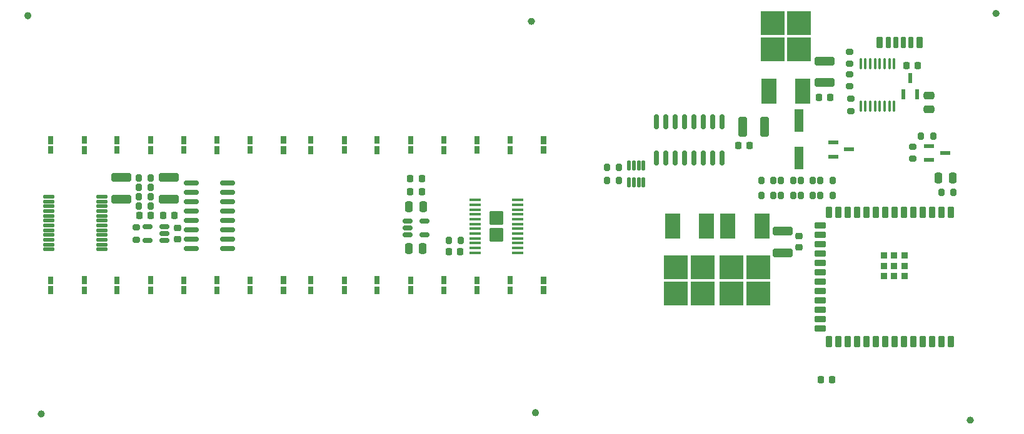
<source format=gtp>
G04 #@! TF.GenerationSoftware,KiCad,Pcbnew,(6.0.5-0)*
G04 #@! TF.CreationDate,2023-01-16T15:52:05+09:00*
G04 #@! TF.ProjectId,qLAMP-main,714c414d-502d-46d6-9169-6e2e6b696361,rev?*
G04 #@! TF.SameCoordinates,Original*
G04 #@! TF.FileFunction,Paste,Top*
G04 #@! TF.FilePolarity,Positive*
%FSLAX46Y46*%
G04 Gerber Fmt 4.6, Leading zero omitted, Abs format (unit mm)*
G04 Created by KiCad (PCBNEW (6.0.5-0)) date 2023-01-16 15:52:05*
%MOMM*%
%LPD*%
G01*
G04 APERTURE LIST*
G04 Aperture macros list*
%AMRoundRect*
0 Rectangle with rounded corners*
0 $1 Rounding radius*
0 $2 $3 $4 $5 $6 $7 $8 $9 X,Y pos of 4 corners*
0 Add a 4 corners polygon primitive as box body*
4,1,4,$2,$3,$4,$5,$6,$7,$8,$9,$2,$3,0*
0 Add four circle primitives for the rounded corners*
1,1,$1+$1,$2,$3*
1,1,$1+$1,$4,$5*
1,1,$1+$1,$6,$7*
1,1,$1+$1,$8,$9*
0 Add four rect primitives between the rounded corners*
20,1,$1+$1,$2,$3,$4,$5,0*
20,1,$1+$1,$4,$5,$6,$7,0*
20,1,$1+$1,$6,$7,$8,$9,0*
20,1,$1+$1,$8,$9,$2,$3,0*%
G04 Aperture macros list end*
%ADD10C,0.475000*%
%ADD11C,0.120000*%
%ADD12RoundRect,0.200000X-0.200000X-0.275000X0.200000X-0.275000X0.200000X0.275000X-0.200000X0.275000X0*%
%ADD13RoundRect,0.100000X-0.100000X0.637500X-0.100000X-0.637500X0.100000X-0.637500X0.100000X0.637500X0*%
%ADD14RoundRect,0.150000X-0.512500X-0.150000X0.512500X-0.150000X0.512500X0.150000X-0.512500X0.150000X0*%
%ADD15RoundRect,0.250000X-0.250000X-0.475000X0.250000X-0.475000X0.250000X0.475000X-0.250000X0.475000X0*%
%ADD16R,1.219200X3.098800*%
%ADD17RoundRect,0.225000X-0.225000X-0.250000X0.225000X-0.250000X0.225000X0.250000X-0.225000X0.250000X0*%
%ADD18RoundRect,0.250000X0.325000X1.100000X-0.325000X1.100000X-0.325000X-1.100000X0.325000X-1.100000X0*%
%ADD19RoundRect,0.225000X0.225000X0.250000X-0.225000X0.250000X-0.225000X-0.250000X0.225000X-0.250000X0*%
%ADD20RoundRect,0.250000X1.100000X-0.325000X1.100000X0.325000X-1.100000X0.325000X-1.100000X-0.325000X0*%
%ADD21RoundRect,0.225000X-0.250000X0.225000X-0.250000X-0.225000X0.250000X-0.225000X0.250000X0.225000X0*%
%ADD22RoundRect,0.250000X0.250000X0.475000X-0.250000X0.475000X-0.250000X-0.475000X0.250000X-0.475000X0*%
%ADD23RoundRect,0.000000X0.700000X0.175671X-0.700000X0.175671X-0.700000X-0.175671X0.700000X-0.175671X0*%
%ADD24RoundRect,0.109795X0.109795X-0.552705X0.109795X0.552705X-0.109795X0.552705X-0.109795X-0.552705X0*%
%ADD25RoundRect,0.150000X0.512500X0.150000X-0.512500X0.150000X-0.512500X-0.150000X0.512500X-0.150000X0*%
%ADD26RoundRect,0.150000X-0.150000X0.825000X-0.150000X-0.825000X0.150000X-0.825000X0.150000X0.825000X0*%
%ADD27R,1.320800X0.558800*%
%ADD28R,0.558800X1.320800*%
%ADD29RoundRect,0.250000X0.715000X0.695000X-0.715000X0.695000X-0.715000X-0.695000X0.715000X-0.695000X0*%
%ADD30RoundRect,0.100000X0.687500X0.100000X-0.687500X0.100000X-0.687500X-0.100000X0.687500X-0.100000X0*%
%ADD31RoundRect,0.200000X0.200000X0.275000X-0.200000X0.275000X-0.200000X-0.275000X0.200000X-0.275000X0*%
%ADD32RoundRect,0.200000X-0.275000X0.200000X-0.275000X-0.200000X0.275000X-0.200000X0.275000X0.200000X0*%
%ADD33RoundRect,0.250000X-1.100000X0.325000X-1.100000X-0.325000X1.100000X-0.325000X1.100000X0.325000X0*%
%ADD34RoundRect,0.100000X0.250000X0.650000X-0.250000X0.650000X-0.250000X-0.650000X0.250000X-0.650000X0*%
%ADD35RoundRect,0.100000X0.300000X0.650000X-0.300000X0.650000X-0.300000X-0.650000X0.300000X-0.650000X0*%
%ADD36RoundRect,0.150000X-0.825000X-0.150000X0.825000X-0.150000X0.825000X0.150000X-0.825000X0.150000X0*%
%ADD37RoundRect,0.250000X0.475000X-0.250000X0.475000X0.250000X-0.475000X0.250000X-0.475000X-0.250000X0*%
%ADD38RoundRect,0.225000X-0.225000X0.525000X-0.225000X-0.525000X0.225000X-0.525000X0.225000X0.525000X0*%
%ADD39RoundRect,0.225000X-0.525000X-0.225000X0.525000X-0.225000X0.525000X0.225000X-0.525000X0.225000X0*%
%ADD40RoundRect,0.225000X0.225000X-0.525000X0.225000X0.525000X-0.225000X0.525000X-0.225000X-0.525000X0*%
%ADD41RoundRect,0.225000X0.225000X-0.225000X0.225000X0.225000X-0.225000X0.225000X-0.225000X-0.225000X0*%
%ADD42R,3.300000X3.300000*%
%ADD43R,2.000000X3.500000*%
%ADD44RoundRect,0.200000X0.275000X-0.200000X0.275000X0.200000X-0.275000X0.200000X-0.275000X-0.200000X0*%
G04 APERTURE END LIST*
D10*
X145217500Y-128830000D02*
G75*
G03*
X145217500Y-128830000I-237500J0D01*
G01*
X78277500Y-129000000D02*
G75*
G03*
X78277500Y-129000000I-237500J0D01*
G01*
X76473500Y-75000000D02*
G75*
G03*
X76473500Y-75000000I-237500J0D01*
G01*
X204097500Y-129840000D02*
G75*
G03*
X204097500Y-129840000I-237500J0D01*
G01*
X144662500Y-75770000D02*
G75*
G03*
X144662500Y-75770000I-237500J0D01*
G01*
X207587500Y-74695000D02*
G75*
G03*
X207587500Y-74695000I-237500J0D01*
G01*
G36*
X123802219Y-111301633D02*
G01*
X123202219Y-111301633D01*
X123202219Y-110301633D01*
X123802219Y-110301633D01*
X123802219Y-111301633D01*
G37*
D11*
X123802219Y-111301633D02*
X123202219Y-111301633D01*
X123202219Y-110301633D01*
X123802219Y-110301633D01*
X123802219Y-111301633D01*
G36*
X128332219Y-112651633D02*
G01*
X127732219Y-112651633D01*
X127732219Y-111651633D01*
X128332219Y-111651633D01*
X128332219Y-112651633D01*
G37*
X128332219Y-112651633D02*
X127732219Y-112651633D01*
X127732219Y-111651633D01*
X128332219Y-111651633D01*
X128332219Y-112651633D01*
G36*
X123802219Y-112701633D02*
G01*
X123202219Y-112701633D01*
X123202219Y-111701633D01*
X123802219Y-111701633D01*
X123802219Y-112701633D01*
G37*
X123802219Y-112701633D02*
X123202219Y-112701633D01*
X123202219Y-111701633D01*
X123802219Y-111701633D01*
X123802219Y-112701633D01*
G36*
X128332219Y-111351633D02*
G01*
X127732219Y-111351633D01*
X127732219Y-110351633D01*
X128332219Y-110351633D01*
X128332219Y-111351633D01*
G37*
X128332219Y-111351633D02*
X127732219Y-111351633D01*
X127732219Y-110351633D01*
X128332219Y-110351633D01*
X128332219Y-111351633D01*
G36*
X132802219Y-93702054D02*
G01*
X132202219Y-93702054D01*
X132202219Y-92702054D01*
X132802219Y-92702054D01*
X132802219Y-93702054D01*
G37*
X132802219Y-93702054D02*
X132202219Y-93702054D01*
X132202219Y-92702054D01*
X132802219Y-92702054D01*
X132802219Y-93702054D01*
G36*
X137332219Y-93652054D02*
G01*
X136732219Y-93652054D01*
X136732219Y-92652054D01*
X137332219Y-92652054D01*
X137332219Y-93652054D01*
G37*
X137332219Y-93652054D02*
X136732219Y-93652054D01*
X136732219Y-92652054D01*
X137332219Y-92652054D01*
X137332219Y-93652054D01*
G36*
X132802219Y-92302054D02*
G01*
X132202219Y-92302054D01*
X132202219Y-91302054D01*
X132802219Y-91302054D01*
X132802219Y-92302054D01*
G37*
X132802219Y-92302054D02*
X132202219Y-92302054D01*
X132202219Y-91302054D01*
X132802219Y-91302054D01*
X132802219Y-92302054D01*
G36*
X137332219Y-92352054D02*
G01*
X136732219Y-92352054D01*
X136732219Y-91352054D01*
X137332219Y-91352054D01*
X137332219Y-92352054D01*
G37*
X137332219Y-92352054D02*
X136732219Y-92352054D01*
X136732219Y-91352054D01*
X137332219Y-91352054D01*
X137332219Y-92352054D01*
G36*
X97582211Y-112651633D02*
G01*
X96982211Y-112651633D01*
X96982211Y-111651633D01*
X97582211Y-111651633D01*
X97582211Y-112651633D01*
G37*
X97582211Y-112651633D02*
X96982211Y-112651633D01*
X96982211Y-111651633D01*
X97582211Y-111651633D01*
X97582211Y-112651633D01*
G36*
X97582211Y-111351633D02*
G01*
X96982211Y-111351633D01*
X96982211Y-110351633D01*
X97582211Y-110351633D01*
X97582211Y-111351633D01*
G37*
X97582211Y-111351633D02*
X96982211Y-111351633D01*
X96982211Y-110351633D01*
X97582211Y-110351633D01*
X97582211Y-111351633D01*
G36*
X102112211Y-111301633D02*
G01*
X101512211Y-111301633D01*
X101512211Y-110301633D01*
X102112211Y-110301633D01*
X102112211Y-111301633D01*
G37*
X102112211Y-111301633D02*
X101512211Y-111301633D01*
X101512211Y-110301633D01*
X102112211Y-110301633D01*
X102112211Y-111301633D01*
G36*
X102112211Y-112701633D02*
G01*
X101512211Y-112701633D01*
X101512211Y-111701633D01*
X102112211Y-111701633D01*
X102112211Y-112701633D01*
G37*
X102112211Y-112701633D02*
X101512211Y-112701633D01*
X101512211Y-111701633D01*
X102112211Y-111701633D01*
X102112211Y-112701633D01*
G36*
X97582211Y-92352054D02*
G01*
X96982211Y-92352054D01*
X96982211Y-91352054D01*
X97582211Y-91352054D01*
X97582211Y-92352054D01*
G37*
X97582211Y-92352054D02*
X96982211Y-92352054D01*
X96982211Y-91352054D01*
X97582211Y-91352054D01*
X97582211Y-92352054D01*
G36*
X102112211Y-92302054D02*
G01*
X101512211Y-92302054D01*
X101512211Y-91302054D01*
X102112211Y-91302054D01*
X102112211Y-92302054D01*
G37*
X102112211Y-92302054D02*
X101512211Y-92302054D01*
X101512211Y-91302054D01*
X102112211Y-91302054D01*
X102112211Y-92302054D01*
G36*
X97582211Y-93652054D02*
G01*
X96982211Y-93652054D01*
X96982211Y-92652054D01*
X97582211Y-92652054D01*
X97582211Y-93652054D01*
G37*
X97582211Y-93652054D02*
X96982211Y-93652054D01*
X96982211Y-92652054D01*
X97582211Y-92652054D01*
X97582211Y-93652054D01*
G36*
X102112211Y-93702054D02*
G01*
X101512211Y-93702054D01*
X101512211Y-92702054D01*
X102112211Y-92702054D01*
X102112211Y-93702054D01*
G37*
X102112211Y-93702054D02*
X101512211Y-93702054D01*
X101512211Y-92702054D01*
X102112211Y-92702054D01*
X102112211Y-93702054D01*
G36*
X84112211Y-111301633D02*
G01*
X83512211Y-111301633D01*
X83512211Y-110301633D01*
X84112211Y-110301633D01*
X84112211Y-111301633D01*
G37*
X84112211Y-111301633D02*
X83512211Y-111301633D01*
X83512211Y-110301633D01*
X84112211Y-110301633D01*
X84112211Y-111301633D01*
G36*
X84112211Y-112701633D02*
G01*
X83512211Y-112701633D01*
X83512211Y-111701633D01*
X84112211Y-111701633D01*
X84112211Y-112701633D01*
G37*
X84112211Y-112701633D02*
X83512211Y-112701633D01*
X83512211Y-111701633D01*
X84112211Y-111701633D01*
X84112211Y-112701633D01*
G36*
X79582211Y-112651633D02*
G01*
X78982211Y-112651633D01*
X78982211Y-111651633D01*
X79582211Y-111651633D01*
X79582211Y-112651633D01*
G37*
X79582211Y-112651633D02*
X78982211Y-112651633D01*
X78982211Y-111651633D01*
X79582211Y-111651633D01*
X79582211Y-112651633D01*
G36*
X79582211Y-111351633D02*
G01*
X78982211Y-111351633D01*
X78982211Y-110351633D01*
X79582211Y-110351633D01*
X79582211Y-111351633D01*
G37*
X79582211Y-111351633D02*
X78982211Y-111351633D01*
X78982211Y-110351633D01*
X79582211Y-110351633D01*
X79582211Y-111351633D01*
G36*
X119332219Y-112651633D02*
G01*
X118732219Y-112651633D01*
X118732219Y-111651633D01*
X119332219Y-111651633D01*
X119332219Y-112651633D01*
G37*
X119332219Y-112651633D02*
X118732219Y-112651633D01*
X118732219Y-111651633D01*
X119332219Y-111651633D01*
X119332219Y-112651633D01*
G36*
X114802219Y-111301633D02*
G01*
X114202219Y-111301633D01*
X114202219Y-110301633D01*
X114802219Y-110301633D01*
X114802219Y-111301633D01*
G37*
X114802219Y-111301633D02*
X114202219Y-111301633D01*
X114202219Y-110301633D01*
X114802219Y-110301633D01*
X114802219Y-111301633D01*
G36*
X114802219Y-112701633D02*
G01*
X114202219Y-112701633D01*
X114202219Y-111701633D01*
X114802219Y-111701633D01*
X114802219Y-112701633D01*
G37*
X114802219Y-112701633D02*
X114202219Y-112701633D01*
X114202219Y-111701633D01*
X114802219Y-111701633D01*
X114802219Y-112701633D01*
G36*
X119332219Y-111351633D02*
G01*
X118732219Y-111351633D01*
X118732219Y-110351633D01*
X119332219Y-110351633D01*
X119332219Y-111351633D01*
G37*
X119332219Y-111351633D02*
X118732219Y-111351633D01*
X118732219Y-110351633D01*
X119332219Y-110351633D01*
X119332219Y-111351633D01*
G36*
X111112211Y-112701633D02*
G01*
X110512211Y-112701633D01*
X110512211Y-111701633D01*
X111112211Y-111701633D01*
X111112211Y-112701633D01*
G37*
X111112211Y-112701633D02*
X110512211Y-112701633D01*
X110512211Y-111701633D01*
X111112211Y-111701633D01*
X111112211Y-112701633D01*
G36*
X106582211Y-111351633D02*
G01*
X105982211Y-111351633D01*
X105982211Y-110351633D01*
X106582211Y-110351633D01*
X106582211Y-111351633D01*
G37*
X106582211Y-111351633D02*
X105982211Y-111351633D01*
X105982211Y-110351633D01*
X106582211Y-110351633D01*
X106582211Y-111351633D01*
G36*
X111112211Y-111301633D02*
G01*
X110512211Y-111301633D01*
X110512211Y-110301633D01*
X111112211Y-110301633D01*
X111112211Y-111301633D01*
G37*
X111112211Y-111301633D02*
X110512211Y-111301633D01*
X110512211Y-110301633D01*
X111112211Y-110301633D01*
X111112211Y-111301633D01*
G36*
X106582211Y-112651633D02*
G01*
X105982211Y-112651633D01*
X105982211Y-111651633D01*
X106582211Y-111651633D01*
X106582211Y-112651633D01*
G37*
X106582211Y-112651633D02*
X105982211Y-112651633D01*
X105982211Y-111651633D01*
X106582211Y-111651633D01*
X106582211Y-112651633D01*
G36*
X114802219Y-92302054D02*
G01*
X114202219Y-92302054D01*
X114202219Y-91302054D01*
X114802219Y-91302054D01*
X114802219Y-92302054D01*
G37*
X114802219Y-92302054D02*
X114202219Y-92302054D01*
X114202219Y-91302054D01*
X114802219Y-91302054D01*
X114802219Y-92302054D01*
G36*
X119332219Y-93652054D02*
G01*
X118732219Y-93652054D01*
X118732219Y-92652054D01*
X119332219Y-92652054D01*
X119332219Y-93652054D01*
G37*
X119332219Y-93652054D02*
X118732219Y-93652054D01*
X118732219Y-92652054D01*
X119332219Y-92652054D01*
X119332219Y-93652054D01*
G36*
X114802219Y-93702054D02*
G01*
X114202219Y-93702054D01*
X114202219Y-92702054D01*
X114802219Y-92702054D01*
X114802219Y-93702054D01*
G37*
X114802219Y-93702054D02*
X114202219Y-93702054D01*
X114202219Y-92702054D01*
X114802219Y-92702054D01*
X114802219Y-93702054D01*
G36*
X119332219Y-92352054D02*
G01*
X118732219Y-92352054D01*
X118732219Y-91352054D01*
X119332219Y-91352054D01*
X119332219Y-92352054D01*
G37*
X119332219Y-92352054D02*
X118732219Y-92352054D01*
X118732219Y-91352054D01*
X119332219Y-91352054D01*
X119332219Y-92352054D01*
G36*
X106582211Y-93652054D02*
G01*
X105982211Y-93652054D01*
X105982211Y-92652054D01*
X106582211Y-92652054D01*
X106582211Y-93652054D01*
G37*
X106582211Y-93652054D02*
X105982211Y-93652054D01*
X105982211Y-92652054D01*
X106582211Y-92652054D01*
X106582211Y-93652054D01*
G36*
X106582211Y-92352054D02*
G01*
X105982211Y-92352054D01*
X105982211Y-91352054D01*
X106582211Y-91352054D01*
X106582211Y-92352054D01*
G37*
X106582211Y-92352054D02*
X105982211Y-92352054D01*
X105982211Y-91352054D01*
X106582211Y-91352054D01*
X106582211Y-92352054D01*
G36*
X111112211Y-93702054D02*
G01*
X110512211Y-93702054D01*
X110512211Y-92702054D01*
X111112211Y-92702054D01*
X111112211Y-93702054D01*
G37*
X111112211Y-93702054D02*
X110512211Y-93702054D01*
X110512211Y-92702054D01*
X111112211Y-92702054D01*
X111112211Y-93702054D01*
G36*
X111112211Y-92302054D02*
G01*
X110512211Y-92302054D01*
X110512211Y-91302054D01*
X111112211Y-91302054D01*
X111112211Y-92302054D01*
G37*
X111112211Y-92302054D02*
X110512211Y-92302054D01*
X110512211Y-91302054D01*
X111112211Y-91302054D01*
X111112211Y-92302054D01*
G36*
X88582211Y-111351633D02*
G01*
X87982211Y-111351633D01*
X87982211Y-110351633D01*
X88582211Y-110351633D01*
X88582211Y-111351633D01*
G37*
X88582211Y-111351633D02*
X87982211Y-111351633D01*
X87982211Y-110351633D01*
X88582211Y-110351633D01*
X88582211Y-111351633D01*
G36*
X93112211Y-111301633D02*
G01*
X92512211Y-111301633D01*
X92512211Y-110301633D01*
X93112211Y-110301633D01*
X93112211Y-111301633D01*
G37*
X93112211Y-111301633D02*
X92512211Y-111301633D01*
X92512211Y-110301633D01*
X93112211Y-110301633D01*
X93112211Y-111301633D01*
G36*
X88582211Y-112651633D02*
G01*
X87982211Y-112651633D01*
X87982211Y-111651633D01*
X88582211Y-111651633D01*
X88582211Y-112651633D01*
G37*
X88582211Y-112651633D02*
X87982211Y-112651633D01*
X87982211Y-111651633D01*
X88582211Y-111651633D01*
X88582211Y-112651633D01*
G36*
X93112211Y-112701633D02*
G01*
X92512211Y-112701633D01*
X92512211Y-111701633D01*
X93112211Y-111701633D01*
X93112211Y-112701633D01*
G37*
X93112211Y-112701633D02*
X92512211Y-112701633D01*
X92512211Y-111701633D01*
X93112211Y-111701633D01*
X93112211Y-112701633D01*
G36*
X123802219Y-92302054D02*
G01*
X123202219Y-92302054D01*
X123202219Y-91302054D01*
X123802219Y-91302054D01*
X123802219Y-92302054D01*
G37*
X123802219Y-92302054D02*
X123202219Y-92302054D01*
X123202219Y-91302054D01*
X123802219Y-91302054D01*
X123802219Y-92302054D01*
G36*
X128332219Y-93652054D02*
G01*
X127732219Y-93652054D01*
X127732219Y-92652054D01*
X128332219Y-92652054D01*
X128332219Y-93652054D01*
G37*
X128332219Y-93652054D02*
X127732219Y-93652054D01*
X127732219Y-92652054D01*
X128332219Y-92652054D01*
X128332219Y-93652054D01*
G36*
X128332219Y-92352054D02*
G01*
X127732219Y-92352054D01*
X127732219Y-91352054D01*
X128332219Y-91352054D01*
X128332219Y-92352054D01*
G37*
X128332219Y-92352054D02*
X127732219Y-92352054D01*
X127732219Y-91352054D01*
X128332219Y-91352054D01*
X128332219Y-92352054D01*
G36*
X123802219Y-93702054D02*
G01*
X123202219Y-93702054D01*
X123202219Y-92702054D01*
X123802219Y-92702054D01*
X123802219Y-93702054D01*
G37*
X123802219Y-93702054D02*
X123202219Y-93702054D01*
X123202219Y-92702054D01*
X123802219Y-92702054D01*
X123802219Y-93702054D01*
G36*
X146332219Y-111351633D02*
G01*
X145732219Y-111351633D01*
X145732219Y-110351633D01*
X146332219Y-110351633D01*
X146332219Y-111351633D01*
G37*
X146332219Y-111351633D02*
X145732219Y-111351633D01*
X145732219Y-110351633D01*
X146332219Y-110351633D01*
X146332219Y-111351633D01*
G36*
X146332219Y-112651633D02*
G01*
X145732219Y-112651633D01*
X145732219Y-111651633D01*
X146332219Y-111651633D01*
X146332219Y-112651633D01*
G37*
X146332219Y-112651633D02*
X145732219Y-112651633D01*
X145732219Y-111651633D01*
X146332219Y-111651633D01*
X146332219Y-112651633D01*
G36*
X141802219Y-112701633D02*
G01*
X141202219Y-112701633D01*
X141202219Y-111701633D01*
X141802219Y-111701633D01*
X141802219Y-112701633D01*
G37*
X141802219Y-112701633D02*
X141202219Y-112701633D01*
X141202219Y-111701633D01*
X141802219Y-111701633D01*
X141802219Y-112701633D01*
G36*
X141802219Y-111301633D02*
G01*
X141202219Y-111301633D01*
X141202219Y-110301633D01*
X141802219Y-110301633D01*
X141802219Y-111301633D01*
G37*
X141802219Y-111301633D02*
X141202219Y-111301633D01*
X141202219Y-110301633D01*
X141802219Y-110301633D01*
X141802219Y-111301633D01*
G36*
X93112211Y-92302054D02*
G01*
X92512211Y-92302054D01*
X92512211Y-91302054D01*
X93112211Y-91302054D01*
X93112211Y-92302054D01*
G37*
X93112211Y-92302054D02*
X92512211Y-92302054D01*
X92512211Y-91302054D01*
X93112211Y-91302054D01*
X93112211Y-92302054D01*
G36*
X93112211Y-93702054D02*
G01*
X92512211Y-93702054D01*
X92512211Y-92702054D01*
X93112211Y-92702054D01*
X93112211Y-93702054D01*
G37*
X93112211Y-93702054D02*
X92512211Y-93702054D01*
X92512211Y-92702054D01*
X93112211Y-92702054D01*
X93112211Y-93702054D01*
G36*
X88582211Y-93652054D02*
G01*
X87982211Y-93652054D01*
X87982211Y-92652054D01*
X88582211Y-92652054D01*
X88582211Y-93652054D01*
G37*
X88582211Y-93652054D02*
X87982211Y-93652054D01*
X87982211Y-92652054D01*
X88582211Y-92652054D01*
X88582211Y-93652054D01*
G36*
X88582211Y-92352054D02*
G01*
X87982211Y-92352054D01*
X87982211Y-91352054D01*
X88582211Y-91352054D01*
X88582211Y-92352054D01*
G37*
X88582211Y-92352054D02*
X87982211Y-92352054D01*
X87982211Y-91352054D01*
X88582211Y-91352054D01*
X88582211Y-92352054D01*
G36*
X146332219Y-92352054D02*
G01*
X145732219Y-92352054D01*
X145732219Y-91352054D01*
X146332219Y-91352054D01*
X146332219Y-92352054D01*
G37*
X146332219Y-92352054D02*
X145732219Y-92352054D01*
X145732219Y-91352054D01*
X146332219Y-91352054D01*
X146332219Y-92352054D01*
G36*
X146332219Y-93652054D02*
G01*
X145732219Y-93652054D01*
X145732219Y-92652054D01*
X146332219Y-92652054D01*
X146332219Y-93652054D01*
G37*
X146332219Y-93652054D02*
X145732219Y-93652054D01*
X145732219Y-92652054D01*
X146332219Y-92652054D01*
X146332219Y-93652054D01*
G36*
X141802219Y-92302054D02*
G01*
X141202219Y-92302054D01*
X141202219Y-91302054D01*
X141802219Y-91302054D01*
X141802219Y-92302054D01*
G37*
X141802219Y-92302054D02*
X141202219Y-92302054D01*
X141202219Y-91302054D01*
X141802219Y-91302054D01*
X141802219Y-92302054D01*
G36*
X141802219Y-93702054D02*
G01*
X141202219Y-93702054D01*
X141202219Y-92702054D01*
X141802219Y-92702054D01*
X141802219Y-93702054D01*
G37*
X141802219Y-93702054D02*
X141202219Y-93702054D01*
X141202219Y-92702054D01*
X141802219Y-92702054D01*
X141802219Y-93702054D01*
G36*
X84112211Y-92302054D02*
G01*
X83512211Y-92302054D01*
X83512211Y-91302054D01*
X84112211Y-91302054D01*
X84112211Y-92302054D01*
G37*
X84112211Y-92302054D02*
X83512211Y-92302054D01*
X83512211Y-91302054D01*
X84112211Y-91302054D01*
X84112211Y-92302054D01*
G36*
X79582211Y-93652054D02*
G01*
X78982211Y-93652054D01*
X78982211Y-92652054D01*
X79582211Y-92652054D01*
X79582211Y-93652054D01*
G37*
X79582211Y-93652054D02*
X78982211Y-93652054D01*
X78982211Y-92652054D01*
X79582211Y-92652054D01*
X79582211Y-93652054D01*
G36*
X79582211Y-92352054D02*
G01*
X78982211Y-92352054D01*
X78982211Y-91352054D01*
X79582211Y-91352054D01*
X79582211Y-92352054D01*
G37*
X79582211Y-92352054D02*
X78982211Y-92352054D01*
X78982211Y-91352054D01*
X79582211Y-91352054D01*
X79582211Y-92352054D01*
G36*
X84112211Y-93702054D02*
G01*
X83512211Y-93702054D01*
X83512211Y-92702054D01*
X84112211Y-92702054D01*
X84112211Y-93702054D01*
G37*
X84112211Y-93702054D02*
X83512211Y-93702054D01*
X83512211Y-92702054D01*
X84112211Y-92702054D01*
X84112211Y-93702054D01*
G36*
X132802219Y-111301633D02*
G01*
X132202219Y-111301633D01*
X132202219Y-110301633D01*
X132802219Y-110301633D01*
X132802219Y-111301633D01*
G37*
X132802219Y-111301633D02*
X132202219Y-111301633D01*
X132202219Y-110301633D01*
X132802219Y-110301633D01*
X132802219Y-111301633D01*
G36*
X132802219Y-112701633D02*
G01*
X132202219Y-112701633D01*
X132202219Y-111701633D01*
X132802219Y-111701633D01*
X132802219Y-112701633D01*
G37*
X132802219Y-112701633D02*
X132202219Y-112701633D01*
X132202219Y-111701633D01*
X132802219Y-111701633D01*
X132802219Y-112701633D01*
G36*
X137332219Y-111351633D02*
G01*
X136732219Y-111351633D01*
X136732219Y-110351633D01*
X137332219Y-110351633D01*
X137332219Y-111351633D01*
G37*
X137332219Y-111351633D02*
X136732219Y-111351633D01*
X136732219Y-110351633D01*
X137332219Y-110351633D01*
X137332219Y-111351633D01*
G36*
X137332219Y-112651633D02*
G01*
X136732219Y-112651633D01*
X136732219Y-111651633D01*
X137332219Y-111651633D01*
X137332219Y-112651633D01*
G37*
X137332219Y-112651633D02*
X136732219Y-112651633D01*
X136732219Y-111651633D01*
X137332219Y-111651633D01*
X137332219Y-112651633D01*
D12*
X183576000Y-99392000D03*
X185226000Y-99392000D03*
D13*
X193553292Y-81537300D03*
X192903292Y-81537300D03*
X192253292Y-81537300D03*
X191603292Y-81537300D03*
X190953292Y-81537300D03*
X190303292Y-81537300D03*
X189653292Y-81537300D03*
X189003292Y-81537300D03*
X189003292Y-87262300D03*
X189653292Y-87262300D03*
X190303292Y-87262300D03*
X190953292Y-87262300D03*
X191603292Y-87262300D03*
X192253292Y-87262300D03*
X192903292Y-87262300D03*
X193553292Y-87262300D03*
D14*
X127665878Y-102840011D03*
X127665878Y-103790011D03*
X127665878Y-104740011D03*
X129940878Y-104740011D03*
X129940878Y-102840011D03*
D15*
X127853378Y-100919989D03*
X129753378Y-100919989D03*
D16*
X180659989Y-89207289D03*
X180659989Y-94312689D03*
D17*
X128028376Y-98850000D03*
X129578376Y-98850000D03*
D18*
X176015000Y-90060000D03*
X173065000Y-90060000D03*
D19*
X174005000Y-92630000D03*
X172455000Y-92630000D03*
D20*
X184109995Y-84084995D03*
X184109995Y-81134995D03*
D21*
X180650007Y-104885012D03*
X180650007Y-106435012D03*
D22*
X129733376Y-106560000D03*
X127833376Y-106560000D03*
D17*
X195195000Y-81780000D03*
X196745000Y-81780000D03*
D20*
X95290005Y-99884989D03*
X95290005Y-96934989D03*
D23*
X86295999Y-106695011D03*
X86295999Y-106045013D03*
X86295999Y-105395012D03*
X86295999Y-104745012D03*
X86295999Y-104095012D03*
X86295999Y-103445012D03*
X86295999Y-102795012D03*
X86295999Y-102145012D03*
X86295999Y-101495012D03*
X86295999Y-100845012D03*
X86295999Y-100195011D03*
X86295999Y-99545013D03*
X79095999Y-99545013D03*
X79095999Y-100195011D03*
X79095999Y-100845012D03*
X79095999Y-101495012D03*
X79095999Y-102145012D03*
X79095999Y-102795012D03*
X79095999Y-103445012D03*
X79095999Y-104095012D03*
X79095999Y-104745012D03*
X79095999Y-105395012D03*
X79095999Y-106045013D03*
X79095999Y-106695011D03*
D21*
X96469200Y-103754992D03*
X96469200Y-105304992D03*
D17*
X183625000Y-124360000D03*
X185175000Y-124360000D03*
X91300000Y-102108000D03*
X92850000Y-102108000D03*
D24*
X157664993Y-97555900D03*
X158314993Y-97555900D03*
X158964993Y-97555900D03*
X159614993Y-97555900D03*
X159614993Y-95280900D03*
X158964993Y-95280900D03*
X158314993Y-95280900D03*
X157664993Y-95280900D03*
D25*
X94736500Y-105479992D03*
X94736500Y-104529992D03*
X94736500Y-103579992D03*
X92461500Y-103579992D03*
X92461500Y-105479992D03*
D12*
X154665012Y-95529400D03*
X156315012Y-95529400D03*
X154665012Y-97307400D03*
X156315012Y-97307400D03*
D26*
X170255000Y-89375000D03*
X168985000Y-89375000D03*
X167715000Y-89375000D03*
X166445000Y-89375000D03*
X165175000Y-89375000D03*
X163905000Y-89375000D03*
X162635000Y-89375000D03*
X161365000Y-89375000D03*
X161365000Y-94325000D03*
X162635000Y-94325000D03*
X163905000Y-94325000D03*
X165175000Y-94325000D03*
X166445000Y-94325000D03*
X167715000Y-94325000D03*
X168985000Y-94325000D03*
X170255000Y-94325000D03*
D17*
X128028376Y-97050000D03*
X129578376Y-97050000D03*
D27*
X198277800Y-92670200D03*
X198277800Y-94549800D03*
X200462200Y-93610000D03*
X185287800Y-92210200D03*
X185287800Y-94089800D03*
X187472200Y-93150000D03*
D28*
X194820200Y-85652200D03*
X196699800Y-85652200D03*
X195760000Y-83467800D03*
D29*
X139677500Y-102403000D03*
X139677500Y-104743000D03*
D30*
X142540000Y-107148000D03*
X142540000Y-106498000D03*
X142540000Y-105848000D03*
X142540000Y-105198000D03*
X142540000Y-104548000D03*
X142540000Y-103898000D03*
X142540000Y-103248000D03*
X142540000Y-102598000D03*
X142540000Y-101948000D03*
X142540000Y-101298000D03*
X142540000Y-100648000D03*
X142540000Y-99998000D03*
X136815000Y-99998000D03*
X136815000Y-100648000D03*
X136815000Y-101298000D03*
X136815000Y-101948000D03*
X136815000Y-102598000D03*
X136815000Y-103248000D03*
X136815000Y-103898000D03*
X136815000Y-104548000D03*
X136815000Y-105198000D03*
X136815000Y-105848000D03*
X136815000Y-106498000D03*
X136815000Y-107148000D03*
D31*
X185226000Y-97360000D03*
X183576000Y-97360000D03*
D22*
X201475000Y-97020000D03*
X199575000Y-97020000D03*
D31*
X198845000Y-91305000D03*
X197195000Y-91305000D03*
D12*
X175575000Y-97360000D03*
X177225000Y-97360000D03*
D32*
X187500006Y-79896200D03*
X187500006Y-81546200D03*
X187500006Y-82944200D03*
X187500006Y-84594200D03*
X196100000Y-92745000D03*
X196100000Y-94395000D03*
D12*
X178242000Y-97360000D03*
X179892000Y-97360000D03*
D31*
X134865000Y-105430000D03*
X133215000Y-105430000D03*
X201575000Y-98940000D03*
X199925000Y-98940000D03*
D32*
X187680000Y-86275000D03*
X187680000Y-87925000D03*
D19*
X134815000Y-107000000D03*
X133265000Y-107000000D03*
D33*
X178450011Y-104185012D03*
X178450011Y-107135012D03*
D17*
X183334995Y-86060001D03*
X184884995Y-86060001D03*
D31*
X179892000Y-99392000D03*
X178242000Y-99392000D03*
D34*
X194788290Y-78669782D03*
X192788290Y-78669782D03*
D35*
X191588290Y-78669782D03*
D34*
X193788290Y-78669782D03*
X195788290Y-78669782D03*
D35*
X196988290Y-78669782D03*
D33*
X88859995Y-96934989D03*
X88859995Y-99884989D03*
D36*
X98325000Y-97665000D03*
X98325000Y-98935000D03*
X98325000Y-100205000D03*
X98325000Y-101475000D03*
X98325000Y-102745000D03*
X98325000Y-104015000D03*
X98325000Y-105285000D03*
X98325000Y-106555000D03*
X103275000Y-106555000D03*
X103275000Y-105285000D03*
X103275000Y-104015000D03*
X103275000Y-102745000D03*
X103275000Y-101475000D03*
X103275000Y-100205000D03*
X103275000Y-98935000D03*
X103275000Y-97665000D03*
D31*
X92900000Y-99568000D03*
X91250000Y-99568000D03*
X92900000Y-97028000D03*
X91250000Y-97028000D03*
D37*
X198308292Y-87719800D03*
X198308292Y-85819800D03*
D31*
X182559000Y-97360000D03*
X180909000Y-97360000D03*
D38*
X201266000Y-101670000D03*
X199996000Y-101670000D03*
X198726000Y-101670000D03*
X197456000Y-101670000D03*
X196186000Y-101670000D03*
X194916000Y-101670000D03*
X193646000Y-101670000D03*
X192376000Y-101670000D03*
X191106000Y-101670000D03*
X189836000Y-101670000D03*
X188566000Y-101670000D03*
X187296000Y-101670000D03*
X186026000Y-101670000D03*
X184756000Y-101670000D03*
D39*
X183506000Y-103435000D03*
X183506000Y-104705000D03*
X183506000Y-105975000D03*
X183506000Y-107245000D03*
X183506000Y-108515000D03*
X183506000Y-109785000D03*
X183506000Y-111055000D03*
X183506000Y-112325000D03*
X183506000Y-113595000D03*
X183506000Y-114865000D03*
X183506000Y-116135000D03*
X183506000Y-117405000D03*
D40*
X184756000Y-119170000D03*
X186026000Y-119170000D03*
X187296000Y-119170000D03*
X188566000Y-119170000D03*
X189836000Y-119170000D03*
X191106000Y-119170000D03*
X192375993Y-119169993D03*
X193646000Y-119170000D03*
X194916000Y-119170000D03*
X196186000Y-119170000D03*
X197456000Y-119170000D03*
X198726000Y-119170000D03*
X199996000Y-119170000D03*
X201266000Y-119170000D03*
D41*
X192146000Y-107520000D03*
X194946000Y-108920000D03*
X193546000Y-110320000D03*
X192146000Y-110320000D03*
X194946000Y-107520000D03*
X192146000Y-108920000D03*
X194946000Y-110320000D03*
X193546000Y-108920000D03*
X193546000Y-107520000D03*
D19*
X96065005Y-102108000D03*
X94515005Y-102108000D03*
D12*
X91250000Y-98298000D03*
X92900000Y-98298000D03*
D31*
X177225000Y-99392000D03*
X175575000Y-99392000D03*
D42*
X180670000Y-76020000D03*
X177070000Y-76020000D03*
X180670000Y-79570000D03*
X177070000Y-79570000D03*
D43*
X176570000Y-85195000D03*
X181150000Y-85195000D03*
D42*
X175130006Y-109150012D03*
X171530006Y-112700012D03*
X171530006Y-109150012D03*
X175130006Y-112700012D03*
D43*
X171050006Y-103525012D03*
X175630006Y-103525012D03*
D31*
X92900000Y-100838000D03*
X91250000Y-100838000D03*
D42*
X167599999Y-109150012D03*
X163999999Y-112700012D03*
X163999999Y-109150012D03*
X167599999Y-112700012D03*
D43*
X168099999Y-103525012D03*
X163519999Y-103525012D03*
D44*
X90932000Y-105354992D03*
X90932000Y-103704992D03*
D12*
X180909000Y-99392000D03*
X182559000Y-99392000D03*
M02*

</source>
